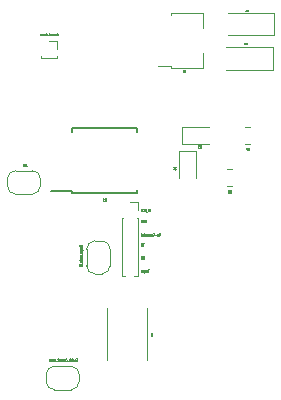
<source format=gbr>
%TF.GenerationSoftware,KiCad,Pcbnew,(6.0.5)*%
%TF.CreationDate,2022-07-12T16:10:34-04:00*%
%TF.ProjectId,torque_motor_design,746f7271-7565-45f6-9d6f-746f725f6465,rev?*%
%TF.SameCoordinates,Original*%
%TF.FileFunction,Legend,Bot*%
%TF.FilePolarity,Positive*%
%FSLAX46Y46*%
G04 Gerber Fmt 4.6, Leading zero omitted, Abs format (unit mm)*
G04 Created by KiCad (PCBNEW (6.0.5)) date 2022-07-12 16:10:34*
%MOMM*%
%LPD*%
G01*
G04 APERTURE LIST*
%ADD10C,0.037500*%
%ADD11C,0.120000*%
%ADD12C,0.150000*%
G04 APERTURE END LIST*
D10*
X189725714Y-55786785D02*
X189725714Y-55968928D01*
X189718571Y-55990357D01*
X189711428Y-56001071D01*
X189697142Y-56011785D01*
X189668571Y-56011785D01*
X189654285Y-56001071D01*
X189647142Y-55990357D01*
X189640000Y-55968928D01*
X189640000Y-55786785D01*
X189568571Y-55861785D02*
X189568571Y-56011785D01*
X189568571Y-55883214D02*
X189561428Y-55872500D01*
X189547142Y-55861785D01*
X189525714Y-55861785D01*
X189511428Y-55872500D01*
X189504285Y-55893928D01*
X189504285Y-56011785D01*
X189432857Y-55926071D02*
X189318571Y-55926071D01*
X189161428Y-55990357D02*
X189168571Y-56001071D01*
X189190000Y-56011785D01*
X189204285Y-56011785D01*
X189225714Y-56001071D01*
X189240000Y-55979642D01*
X189247142Y-55958214D01*
X189254285Y-55915357D01*
X189254285Y-55883214D01*
X189247142Y-55840357D01*
X189240000Y-55818928D01*
X189225714Y-55797500D01*
X189204285Y-55786785D01*
X189190000Y-55786785D01*
X189168571Y-55797500D01*
X189161428Y-55808214D01*
X189075714Y-56011785D02*
X189090000Y-56001071D01*
X189097142Y-55990357D01*
X189104285Y-55968928D01*
X189104285Y-55904642D01*
X189097142Y-55883214D01*
X189090000Y-55872500D01*
X189075714Y-55861785D01*
X189054285Y-55861785D01*
X189040000Y-55872500D01*
X189032857Y-55883214D01*
X189025714Y-55904642D01*
X189025714Y-55968928D01*
X189032857Y-55990357D01*
X189040000Y-56001071D01*
X189054285Y-56011785D01*
X189075714Y-56011785D01*
X188961428Y-55861785D02*
X188961428Y-56011785D01*
X188961428Y-55883214D02*
X188954285Y-55872500D01*
X188940000Y-55861785D01*
X188918571Y-55861785D01*
X188904285Y-55872500D01*
X188897142Y-55893928D01*
X188897142Y-56011785D01*
X188825714Y-55861785D02*
X188825714Y-56011785D01*
X188825714Y-55883214D02*
X188818571Y-55872500D01*
X188804285Y-55861785D01*
X188782857Y-55861785D01*
X188768571Y-55872500D01*
X188761428Y-55893928D01*
X188761428Y-56011785D01*
X188632857Y-56001071D02*
X188647142Y-56011785D01*
X188675714Y-56011785D01*
X188690000Y-56001071D01*
X188697142Y-55979642D01*
X188697142Y-55893928D01*
X188690000Y-55872500D01*
X188675714Y-55861785D01*
X188647142Y-55861785D01*
X188632857Y-55872500D01*
X188625714Y-55893928D01*
X188625714Y-55915357D01*
X188697142Y-55936785D01*
X188497142Y-56001071D02*
X188511428Y-56011785D01*
X188540000Y-56011785D01*
X188554285Y-56001071D01*
X188561428Y-55990357D01*
X188568571Y-55968928D01*
X188568571Y-55904642D01*
X188561428Y-55883214D01*
X188554285Y-55872500D01*
X188540000Y-55861785D01*
X188511428Y-55861785D01*
X188497142Y-55872500D01*
X188454285Y-55861785D02*
X188397142Y-55861785D01*
X188432857Y-55786785D02*
X188432857Y-55979642D01*
X188425714Y-56001071D01*
X188411428Y-56011785D01*
X188397142Y-56011785D01*
X188290000Y-56001071D02*
X188304285Y-56011785D01*
X188332857Y-56011785D01*
X188347142Y-56001071D01*
X188354285Y-55979642D01*
X188354285Y-55893928D01*
X188347142Y-55872500D01*
X188332857Y-55861785D01*
X188304285Y-55861785D01*
X188290000Y-55872500D01*
X188282857Y-55893928D01*
X188282857Y-55915357D01*
X188354285Y-55936785D01*
X188154285Y-56011785D02*
X188154285Y-55786785D01*
X188154285Y-56001071D02*
X188168571Y-56011785D01*
X188197142Y-56011785D01*
X188211428Y-56001071D01*
X188218571Y-55990357D01*
X188225714Y-55968928D01*
X188225714Y-55904642D01*
X188218571Y-55883214D01*
X188211428Y-55872500D01*
X188197142Y-55861785D01*
X188168571Y-55861785D01*
X188154285Y-55872500D01*
X188325000Y-57971785D02*
X188375000Y-57864642D01*
X188410714Y-57971785D02*
X188410714Y-57746785D01*
X188353571Y-57746785D01*
X188339285Y-57757500D01*
X188332142Y-57768214D01*
X188325000Y-57789642D01*
X188325000Y-57821785D01*
X188332142Y-57843214D01*
X188339285Y-57853928D01*
X188353571Y-57864642D01*
X188410714Y-57864642D01*
X188275000Y-57746785D02*
X188175000Y-57971785D01*
X188175000Y-57746785D02*
X188275000Y-57971785D01*
X188394285Y-56686785D02*
X188308571Y-56686785D01*
X188351428Y-56911785D02*
X188351428Y-56686785D01*
X188272857Y-56686785D02*
X188172857Y-56911785D01*
X188172857Y-56686785D02*
X188272857Y-56911785D01*
X188817142Y-58856785D02*
X188731428Y-58856785D01*
X188774285Y-59081785D02*
X188774285Y-58856785D01*
X188660000Y-59081785D02*
X188674285Y-59071071D01*
X188681428Y-59060357D01*
X188688571Y-59038928D01*
X188688571Y-58974642D01*
X188681428Y-58953214D01*
X188674285Y-58942500D01*
X188660000Y-58931785D01*
X188638571Y-58931785D01*
X188624285Y-58942500D01*
X188617142Y-58953214D01*
X188610000Y-58974642D01*
X188610000Y-59038928D01*
X188617142Y-59060357D01*
X188624285Y-59071071D01*
X188638571Y-59081785D01*
X188660000Y-59081785D01*
X188545714Y-59081785D02*
X188545714Y-58931785D01*
X188545714Y-58974642D02*
X188538571Y-58953214D01*
X188531428Y-58942500D01*
X188517142Y-58931785D01*
X188502857Y-58931785D01*
X188388571Y-58931785D02*
X188388571Y-59156785D01*
X188388571Y-59071071D02*
X188402857Y-59081785D01*
X188431428Y-59081785D01*
X188445714Y-59071071D01*
X188452857Y-59060357D01*
X188460000Y-59038928D01*
X188460000Y-58974642D01*
X188452857Y-58953214D01*
X188445714Y-58942500D01*
X188431428Y-58931785D01*
X188402857Y-58931785D01*
X188388571Y-58942500D01*
X188252857Y-58931785D02*
X188252857Y-59081785D01*
X188317142Y-58931785D02*
X188317142Y-59049642D01*
X188310000Y-59071071D01*
X188295714Y-59081785D01*
X188274285Y-59081785D01*
X188260000Y-59071071D01*
X188252857Y-59060357D01*
X188124285Y-59071071D02*
X188138571Y-59081785D01*
X188167142Y-59081785D01*
X188181428Y-59071071D01*
X188188571Y-59049642D01*
X188188571Y-58963928D01*
X188181428Y-58942500D01*
X188167142Y-58931785D01*
X188138571Y-58931785D01*
X188124285Y-58942500D01*
X188117142Y-58963928D01*
X188117142Y-58985357D01*
X188188571Y-59006785D01*
X188865000Y-53746785D02*
X188936428Y-53746785D01*
X188943571Y-53853928D01*
X188936428Y-53843214D01*
X188922142Y-53832500D01*
X188886428Y-53832500D01*
X188872142Y-53843214D01*
X188865000Y-53853928D01*
X188857857Y-53875357D01*
X188857857Y-53928928D01*
X188865000Y-53950357D01*
X188872142Y-53961071D01*
X188886428Y-53971785D01*
X188922142Y-53971785D01*
X188936428Y-53961071D01*
X188943571Y-53950357D01*
X188815000Y-53746785D02*
X188765000Y-53971785D01*
X188715000Y-53746785D01*
X188700714Y-53993214D02*
X188586428Y-53993214D01*
X188550714Y-53971785D02*
X188550714Y-53746785D01*
X188500714Y-53907500D01*
X188450714Y-53746785D01*
X188450714Y-53971785D01*
X188293571Y-53950357D02*
X188300714Y-53961071D01*
X188322142Y-53971785D01*
X188336428Y-53971785D01*
X188357857Y-53961071D01*
X188372142Y-53939642D01*
X188379285Y-53918214D01*
X188386428Y-53875357D01*
X188386428Y-53843214D01*
X188379285Y-53800357D01*
X188372142Y-53778928D01*
X188357857Y-53757500D01*
X188336428Y-53746785D01*
X188322142Y-53746785D01*
X188300714Y-53757500D01*
X188293571Y-53768214D01*
X188229285Y-53746785D02*
X188229285Y-53928928D01*
X188222142Y-53950357D01*
X188215000Y-53961071D01*
X188200714Y-53971785D01*
X188172142Y-53971785D01*
X188157857Y-53961071D01*
X188150714Y-53950357D01*
X188143571Y-53928928D01*
X188143571Y-53746785D01*
X188464285Y-54677500D02*
X188478571Y-54666785D01*
X188500000Y-54666785D01*
X188521428Y-54677500D01*
X188535714Y-54698928D01*
X188542857Y-54720357D01*
X188550000Y-54763214D01*
X188550000Y-54795357D01*
X188542857Y-54838214D01*
X188535714Y-54859642D01*
X188521428Y-54881071D01*
X188500000Y-54891785D01*
X188485714Y-54891785D01*
X188464285Y-54881071D01*
X188457142Y-54870357D01*
X188457142Y-54795357D01*
X188485714Y-54795357D01*
X188392857Y-54891785D02*
X188392857Y-54666785D01*
X188307142Y-54891785D01*
X188307142Y-54666785D01*
X188235714Y-54891785D02*
X188235714Y-54666785D01*
X188200000Y-54666785D01*
X188178571Y-54677500D01*
X188164285Y-54698928D01*
X188157142Y-54720357D01*
X188150000Y-54763214D01*
X188150000Y-54795357D01*
X188157142Y-54838214D01*
X188164285Y-54859642D01*
X188178571Y-54881071D01*
X188200000Y-54891785D01*
X188235714Y-54891785D01*
%TO.C,Enable_Current_sense*%
X182702142Y-66529928D02*
X182652142Y-66529928D01*
X182630714Y-66647785D02*
X182702142Y-66647785D01*
X182702142Y-66422785D01*
X182630714Y-66422785D01*
X182566428Y-66497785D02*
X182566428Y-66647785D01*
X182566428Y-66519214D02*
X182559285Y-66508500D01*
X182545000Y-66497785D01*
X182523571Y-66497785D01*
X182509285Y-66508500D01*
X182502142Y-66529928D01*
X182502142Y-66647785D01*
X182366428Y-66647785D02*
X182366428Y-66529928D01*
X182373571Y-66508500D01*
X182387857Y-66497785D01*
X182416428Y-66497785D01*
X182430714Y-66508500D01*
X182366428Y-66637071D02*
X182380714Y-66647785D01*
X182416428Y-66647785D01*
X182430714Y-66637071D01*
X182437857Y-66615642D01*
X182437857Y-66594214D01*
X182430714Y-66572785D01*
X182416428Y-66562071D01*
X182380714Y-66562071D01*
X182366428Y-66551357D01*
X182295000Y-66647785D02*
X182295000Y-66422785D01*
X182295000Y-66508500D02*
X182280714Y-66497785D01*
X182252142Y-66497785D01*
X182237857Y-66508500D01*
X182230714Y-66519214D01*
X182223571Y-66540642D01*
X182223571Y-66604928D01*
X182230714Y-66626357D01*
X182237857Y-66637071D01*
X182252142Y-66647785D01*
X182280714Y-66647785D01*
X182295000Y-66637071D01*
X182137857Y-66647785D02*
X182152142Y-66637071D01*
X182159285Y-66615642D01*
X182159285Y-66422785D01*
X182023571Y-66637071D02*
X182037857Y-66647785D01*
X182066428Y-66647785D01*
X182080714Y-66637071D01*
X182087857Y-66615642D01*
X182087857Y-66529928D01*
X182080714Y-66508500D01*
X182066428Y-66497785D01*
X182037857Y-66497785D01*
X182023571Y-66508500D01*
X182016428Y-66529928D01*
X182016428Y-66551357D01*
X182087857Y-66572785D01*
X181987857Y-66669214D02*
X181873571Y-66669214D01*
X181752142Y-66626357D02*
X181759285Y-66637071D01*
X181780714Y-66647785D01*
X181795000Y-66647785D01*
X181816428Y-66637071D01*
X181830714Y-66615642D01*
X181837857Y-66594214D01*
X181845000Y-66551357D01*
X181845000Y-66519214D01*
X181837857Y-66476357D01*
X181830714Y-66454928D01*
X181816428Y-66433500D01*
X181795000Y-66422785D01*
X181780714Y-66422785D01*
X181759285Y-66433500D01*
X181752142Y-66444214D01*
X181623571Y-66497785D02*
X181623571Y-66647785D01*
X181687857Y-66497785D02*
X181687857Y-66615642D01*
X181680714Y-66637071D01*
X181666428Y-66647785D01*
X181645000Y-66647785D01*
X181630714Y-66637071D01*
X181623571Y-66626357D01*
X181552142Y-66647785D02*
X181552142Y-66497785D01*
X181552142Y-66540642D02*
X181545000Y-66519214D01*
X181537857Y-66508500D01*
X181523571Y-66497785D01*
X181509285Y-66497785D01*
X181459285Y-66647785D02*
X181459285Y-66497785D01*
X181459285Y-66540642D02*
X181452142Y-66519214D01*
X181445000Y-66508500D01*
X181430714Y-66497785D01*
X181416428Y-66497785D01*
X181309285Y-66637071D02*
X181323571Y-66647785D01*
X181352142Y-66647785D01*
X181366428Y-66637071D01*
X181373571Y-66615642D01*
X181373571Y-66529928D01*
X181366428Y-66508500D01*
X181352142Y-66497785D01*
X181323571Y-66497785D01*
X181309285Y-66508500D01*
X181302142Y-66529928D01*
X181302142Y-66551357D01*
X181373571Y-66572785D01*
X181237857Y-66497785D02*
X181237857Y-66647785D01*
X181237857Y-66519214D02*
X181230714Y-66508500D01*
X181216428Y-66497785D01*
X181195000Y-66497785D01*
X181180714Y-66508500D01*
X181173571Y-66529928D01*
X181173571Y-66647785D01*
X181123571Y-66497785D02*
X181066428Y-66497785D01*
X181102142Y-66422785D02*
X181102142Y-66615642D01*
X181095000Y-66637071D01*
X181080714Y-66647785D01*
X181066428Y-66647785D01*
X181052142Y-66669214D02*
X180937857Y-66669214D01*
X180909285Y-66637071D02*
X180895000Y-66647785D01*
X180866428Y-66647785D01*
X180852142Y-66637071D01*
X180845000Y-66615642D01*
X180845000Y-66604928D01*
X180852142Y-66583500D01*
X180866428Y-66572785D01*
X180887857Y-66572785D01*
X180902142Y-66562071D01*
X180909285Y-66540642D01*
X180909285Y-66529928D01*
X180902142Y-66508500D01*
X180887857Y-66497785D01*
X180866428Y-66497785D01*
X180852142Y-66508500D01*
X180723571Y-66637071D02*
X180737857Y-66647785D01*
X180766428Y-66647785D01*
X180780714Y-66637071D01*
X180787857Y-66615642D01*
X180787857Y-66529928D01*
X180780714Y-66508500D01*
X180766428Y-66497785D01*
X180737857Y-66497785D01*
X180723571Y-66508500D01*
X180716428Y-66529928D01*
X180716428Y-66551357D01*
X180787857Y-66572785D01*
X180652142Y-66497785D02*
X180652142Y-66647785D01*
X180652142Y-66519214D02*
X180645000Y-66508500D01*
X180630714Y-66497785D01*
X180609285Y-66497785D01*
X180595000Y-66508500D01*
X180587857Y-66529928D01*
X180587857Y-66647785D01*
X180523571Y-66637071D02*
X180509285Y-66647785D01*
X180480714Y-66647785D01*
X180466428Y-66637071D01*
X180459285Y-66615642D01*
X180459285Y-66604928D01*
X180466428Y-66583500D01*
X180480714Y-66572785D01*
X180502142Y-66572785D01*
X180516428Y-66562071D01*
X180523571Y-66540642D01*
X180523571Y-66529928D01*
X180516428Y-66508500D01*
X180502142Y-66497785D01*
X180480714Y-66497785D01*
X180466428Y-66508500D01*
X180337857Y-66637071D02*
X180352142Y-66647785D01*
X180380714Y-66647785D01*
X180395000Y-66637071D01*
X180402142Y-66615642D01*
X180402142Y-66529928D01*
X180395000Y-66508500D01*
X180380714Y-66497785D01*
X180352142Y-66497785D01*
X180337857Y-66508500D01*
X180330714Y-66529928D01*
X180330714Y-66551357D01*
X180402142Y-66572785D01*
%TO.C,JP1*%
X178433000Y-49914785D02*
X178433000Y-50075500D01*
X178440142Y-50107642D01*
X178454428Y-50129071D01*
X178475857Y-50139785D01*
X178490142Y-50139785D01*
X178361571Y-50139785D02*
X178361571Y-49914785D01*
X178304428Y-49914785D01*
X178290142Y-49925500D01*
X178283000Y-49936214D01*
X178275857Y-49957642D01*
X178275857Y-49989785D01*
X178283000Y-50011214D01*
X178290142Y-50021928D01*
X178304428Y-50032642D01*
X178361571Y-50032642D01*
X178133000Y-50139785D02*
X178218714Y-50139785D01*
X178175857Y-50139785D02*
X178175857Y-49914785D01*
X178190142Y-49946928D01*
X178204428Y-49968357D01*
X178218714Y-49979071D01*
%TO.C,Torque_mode_EN*%
X182917785Y-56797142D02*
X182917785Y-56882857D01*
X183142785Y-56840000D02*
X182917785Y-56840000D01*
X183142785Y-56954285D02*
X183132071Y-56940000D01*
X183121357Y-56932857D01*
X183099928Y-56925714D01*
X183035642Y-56925714D01*
X183014214Y-56932857D01*
X183003500Y-56940000D01*
X182992785Y-56954285D01*
X182992785Y-56975714D01*
X183003500Y-56990000D01*
X183014214Y-56997142D01*
X183035642Y-57004285D01*
X183099928Y-57004285D01*
X183121357Y-56997142D01*
X183132071Y-56990000D01*
X183142785Y-56975714D01*
X183142785Y-56954285D01*
X183142785Y-57068571D02*
X182992785Y-57068571D01*
X183035642Y-57068571D02*
X183014214Y-57075714D01*
X183003500Y-57082857D01*
X182992785Y-57097142D01*
X182992785Y-57111428D01*
X182992785Y-57225714D02*
X183217785Y-57225714D01*
X183132071Y-57225714D02*
X183142785Y-57211428D01*
X183142785Y-57182857D01*
X183132071Y-57168571D01*
X183121357Y-57161428D01*
X183099928Y-57154285D01*
X183035642Y-57154285D01*
X183014214Y-57161428D01*
X183003500Y-57168571D01*
X182992785Y-57182857D01*
X182992785Y-57211428D01*
X183003500Y-57225714D01*
X182992785Y-57361428D02*
X183142785Y-57361428D01*
X182992785Y-57297142D02*
X183110642Y-57297142D01*
X183132071Y-57304285D01*
X183142785Y-57318571D01*
X183142785Y-57340000D01*
X183132071Y-57354285D01*
X183121357Y-57361428D01*
X183132071Y-57490000D02*
X183142785Y-57475714D01*
X183142785Y-57447142D01*
X183132071Y-57432857D01*
X183110642Y-57425714D01*
X183024928Y-57425714D01*
X183003500Y-57432857D01*
X182992785Y-57447142D01*
X182992785Y-57475714D01*
X183003500Y-57490000D01*
X183024928Y-57497142D01*
X183046357Y-57497142D01*
X183067785Y-57425714D01*
X183164214Y-57525714D02*
X183164214Y-57640000D01*
X183142785Y-57675714D02*
X182992785Y-57675714D01*
X183014214Y-57675714D02*
X183003500Y-57682857D01*
X182992785Y-57697142D01*
X182992785Y-57718571D01*
X183003500Y-57732857D01*
X183024928Y-57740000D01*
X183142785Y-57740000D01*
X183024928Y-57740000D02*
X183003500Y-57747142D01*
X182992785Y-57761428D01*
X182992785Y-57782857D01*
X183003500Y-57797142D01*
X183024928Y-57804285D01*
X183142785Y-57804285D01*
X183142785Y-57897142D02*
X183132071Y-57882857D01*
X183121357Y-57875714D01*
X183099928Y-57868571D01*
X183035642Y-57868571D01*
X183014214Y-57875714D01*
X183003500Y-57882857D01*
X182992785Y-57897142D01*
X182992785Y-57918571D01*
X183003500Y-57932857D01*
X183014214Y-57940000D01*
X183035642Y-57947142D01*
X183099928Y-57947142D01*
X183121357Y-57940000D01*
X183132071Y-57932857D01*
X183142785Y-57918571D01*
X183142785Y-57897142D01*
X183142785Y-58075714D02*
X182917785Y-58075714D01*
X183132071Y-58075714D02*
X183142785Y-58061428D01*
X183142785Y-58032857D01*
X183132071Y-58018571D01*
X183121357Y-58011428D01*
X183099928Y-58004285D01*
X183035642Y-58004285D01*
X183014214Y-58011428D01*
X183003500Y-58018571D01*
X182992785Y-58032857D01*
X182992785Y-58061428D01*
X183003500Y-58075714D01*
X183132071Y-58204285D02*
X183142785Y-58190000D01*
X183142785Y-58161428D01*
X183132071Y-58147142D01*
X183110642Y-58140000D01*
X183024928Y-58140000D01*
X183003500Y-58147142D01*
X182992785Y-58161428D01*
X182992785Y-58190000D01*
X183003500Y-58204285D01*
X183024928Y-58211428D01*
X183046357Y-58211428D01*
X183067785Y-58140000D01*
X183164214Y-58240000D02*
X183164214Y-58354285D01*
X183024928Y-58390000D02*
X183024928Y-58440000D01*
X183142785Y-58461428D02*
X183142785Y-58390000D01*
X182917785Y-58390000D01*
X182917785Y-58461428D01*
X183142785Y-58525714D02*
X182917785Y-58525714D01*
X183142785Y-58611428D01*
X182917785Y-58611428D01*
%TO.C,Current_Sense*%
X181015000Y-39042571D02*
X181022142Y-39049714D01*
X181043571Y-39056857D01*
X181057857Y-39056857D01*
X181079285Y-39049714D01*
X181093571Y-39035428D01*
X181100714Y-39021142D01*
X181107857Y-38992571D01*
X181107857Y-38971142D01*
X181100714Y-38942571D01*
X181093571Y-38928285D01*
X181079285Y-38914000D01*
X181057857Y-38906857D01*
X181043571Y-38906857D01*
X181022142Y-38914000D01*
X181015000Y-38921142D01*
X180886428Y-38956857D02*
X180886428Y-39056857D01*
X180950714Y-38956857D02*
X180950714Y-39035428D01*
X180943571Y-39049714D01*
X180929285Y-39056857D01*
X180907857Y-39056857D01*
X180893571Y-39049714D01*
X180886428Y-39042571D01*
X180815000Y-39056857D02*
X180815000Y-38956857D01*
X180815000Y-38985428D02*
X180807857Y-38971142D01*
X180800714Y-38964000D01*
X180786428Y-38956857D01*
X180772142Y-38956857D01*
X180722142Y-39056857D02*
X180722142Y-38956857D01*
X180722142Y-38985428D02*
X180715000Y-38971142D01*
X180707857Y-38964000D01*
X180693571Y-38956857D01*
X180679285Y-38956857D01*
X180572142Y-39049714D02*
X180586428Y-39056857D01*
X180615000Y-39056857D01*
X180629285Y-39049714D01*
X180636428Y-39035428D01*
X180636428Y-38978285D01*
X180629285Y-38964000D01*
X180615000Y-38956857D01*
X180586428Y-38956857D01*
X180572142Y-38964000D01*
X180565000Y-38978285D01*
X180565000Y-38992571D01*
X180636428Y-39006857D01*
X180500714Y-38956857D02*
X180500714Y-39056857D01*
X180500714Y-38971142D02*
X180493571Y-38964000D01*
X180479285Y-38956857D01*
X180457857Y-38956857D01*
X180443571Y-38964000D01*
X180436428Y-38978285D01*
X180436428Y-39056857D01*
X180386428Y-38956857D02*
X180329285Y-38956857D01*
X180365000Y-38906857D02*
X180365000Y-39035428D01*
X180357857Y-39049714D01*
X180343571Y-39056857D01*
X180329285Y-39056857D01*
X180315000Y-39071142D02*
X180200714Y-39071142D01*
X180172142Y-39049714D02*
X180150714Y-39056857D01*
X180115000Y-39056857D01*
X180100714Y-39049714D01*
X180093571Y-39042571D01*
X180086428Y-39028285D01*
X180086428Y-39014000D01*
X180093571Y-38999714D01*
X180100714Y-38992571D01*
X180115000Y-38985428D01*
X180143571Y-38978285D01*
X180157857Y-38971142D01*
X180165000Y-38964000D01*
X180172142Y-38949714D01*
X180172142Y-38935428D01*
X180165000Y-38921142D01*
X180157857Y-38914000D01*
X180143571Y-38906857D01*
X180107857Y-38906857D01*
X180086428Y-38914000D01*
X179965000Y-39049714D02*
X179979285Y-39056857D01*
X180007857Y-39056857D01*
X180022142Y-39049714D01*
X180029285Y-39035428D01*
X180029285Y-38978285D01*
X180022142Y-38964000D01*
X180007857Y-38956857D01*
X179979285Y-38956857D01*
X179965000Y-38964000D01*
X179957857Y-38978285D01*
X179957857Y-38992571D01*
X180029285Y-39006857D01*
X179893571Y-38956857D02*
X179893571Y-39056857D01*
X179893571Y-38971142D02*
X179886428Y-38964000D01*
X179872142Y-38956857D01*
X179850714Y-38956857D01*
X179836428Y-38964000D01*
X179829285Y-38978285D01*
X179829285Y-39056857D01*
X179765000Y-39049714D02*
X179750714Y-39056857D01*
X179722142Y-39056857D01*
X179707857Y-39049714D01*
X179700714Y-39035428D01*
X179700714Y-39028285D01*
X179707857Y-39014000D01*
X179722142Y-39006857D01*
X179743571Y-39006857D01*
X179757857Y-38999714D01*
X179765000Y-38985428D01*
X179765000Y-38978285D01*
X179757857Y-38964000D01*
X179743571Y-38956857D01*
X179722142Y-38956857D01*
X179707857Y-38964000D01*
X179579285Y-39049714D02*
X179593571Y-39056857D01*
X179622142Y-39056857D01*
X179636428Y-39049714D01*
X179643571Y-39035428D01*
X179643571Y-38978285D01*
X179636428Y-38964000D01*
X179622142Y-38956857D01*
X179593571Y-38956857D01*
X179579285Y-38964000D01*
X179572142Y-38978285D01*
X179572142Y-38992571D01*
X179643571Y-39006857D01*
%TO.C,U4*%
X191914285Y-42007857D02*
X191914285Y-42129285D01*
X191907142Y-42143571D01*
X191900000Y-42150714D01*
X191885714Y-42157857D01*
X191857142Y-42157857D01*
X191842857Y-42150714D01*
X191835714Y-42143571D01*
X191828571Y-42129285D01*
X191828571Y-42007857D01*
X191692857Y-42057857D02*
X191692857Y-42157857D01*
X191728571Y-42000714D02*
X191764285Y-42107857D01*
X191671428Y-42107857D01*
%TO.C,U1*%
X185162285Y-52876785D02*
X185162285Y-53058928D01*
X185155142Y-53080357D01*
X185148000Y-53091071D01*
X185133714Y-53101785D01*
X185105142Y-53101785D01*
X185090857Y-53091071D01*
X185083714Y-53080357D01*
X185076571Y-53058928D01*
X185076571Y-52876785D01*
X184926571Y-53101785D02*
X185012285Y-53101785D01*
X184969428Y-53101785D02*
X184969428Y-52876785D01*
X184983714Y-52908928D01*
X184998000Y-52930357D01*
X185012285Y-52941071D01*
%TO.C,C2*%
X197002000Y-39805971D02*
X197009142Y-39813114D01*
X197030571Y-39820257D01*
X197044857Y-39820257D01*
X197066285Y-39813114D01*
X197080571Y-39798828D01*
X197087714Y-39784542D01*
X197094857Y-39755971D01*
X197094857Y-39734542D01*
X197087714Y-39705971D01*
X197080571Y-39691685D01*
X197066285Y-39677400D01*
X197044857Y-39670257D01*
X197030571Y-39670257D01*
X197009142Y-39677400D01*
X197002000Y-39684542D01*
X196944857Y-39684542D02*
X196937714Y-39677400D01*
X196923428Y-39670257D01*
X196887714Y-39670257D01*
X196873428Y-39677400D01*
X196866285Y-39684542D01*
X196859142Y-39698828D01*
X196859142Y-39713114D01*
X196866285Y-39734542D01*
X196952000Y-39820257D01*
X196859142Y-39820257D01*
%TO.C,R8*%
X195663000Y-52401785D02*
X195713000Y-52294642D01*
X195748714Y-52401785D02*
X195748714Y-52176785D01*
X195691571Y-52176785D01*
X195677285Y-52187500D01*
X195670142Y-52198214D01*
X195663000Y-52219642D01*
X195663000Y-52251785D01*
X195670142Y-52273214D01*
X195677285Y-52283928D01*
X195691571Y-52294642D01*
X195748714Y-52294642D01*
X195577285Y-52273214D02*
X195591571Y-52262500D01*
X195598714Y-52251785D01*
X195605857Y-52230357D01*
X195605857Y-52219642D01*
X195598714Y-52198214D01*
X195591571Y-52187500D01*
X195577285Y-52176785D01*
X195548714Y-52176785D01*
X195534428Y-52187500D01*
X195527285Y-52198214D01*
X195520142Y-52219642D01*
X195520142Y-52230357D01*
X195527285Y-52251785D01*
X195534428Y-52262500D01*
X195548714Y-52273214D01*
X195577285Y-52273214D01*
X195591571Y-52283928D01*
X195598714Y-52294642D01*
X195605857Y-52316071D01*
X195605857Y-52358928D01*
X195598714Y-52380357D01*
X195591571Y-52391071D01*
X195577285Y-52401785D01*
X195548714Y-52401785D01*
X195534428Y-52391071D01*
X195527285Y-52380357D01*
X195520142Y-52358928D01*
X195520142Y-52316071D01*
X195527285Y-52294642D01*
X195534428Y-52283928D01*
X195548714Y-52273214D01*
%TO.C,D4*%
X191101785Y-50189285D02*
X190876785Y-50189285D01*
X190876785Y-50225000D01*
X190887500Y-50246428D01*
X190908928Y-50260714D01*
X190930357Y-50267857D01*
X190973214Y-50275000D01*
X191005357Y-50275000D01*
X191048214Y-50267857D01*
X191069642Y-50260714D01*
X191091071Y-50246428D01*
X191101785Y-50225000D01*
X191101785Y-50189285D01*
X190951785Y-50403571D02*
X191101785Y-50403571D01*
X190866071Y-50367857D02*
X191026785Y-50332142D01*
X191026785Y-50425000D01*
%TO.C,R7*%
X197187000Y-48801785D02*
X197237000Y-48694642D01*
X197272714Y-48801785D02*
X197272714Y-48576785D01*
X197215571Y-48576785D01*
X197201285Y-48587500D01*
X197194142Y-48598214D01*
X197187000Y-48619642D01*
X197187000Y-48651785D01*
X197194142Y-48673214D01*
X197201285Y-48683928D01*
X197215571Y-48694642D01*
X197272714Y-48694642D01*
X197137000Y-48576785D02*
X197037000Y-48576785D01*
X197101285Y-48801785D01*
%TO.C,R3*%
X189117857Y-64335000D02*
X189046428Y-64285000D01*
X189117857Y-64249285D02*
X188967857Y-64249285D01*
X188967857Y-64306428D01*
X188975000Y-64320714D01*
X188982142Y-64327857D01*
X188996428Y-64335000D01*
X189017857Y-64335000D01*
X189032142Y-64327857D01*
X189039285Y-64320714D01*
X189046428Y-64306428D01*
X189046428Y-64249285D01*
X188967857Y-64385000D02*
X188967857Y-64477857D01*
X189025000Y-64427857D01*
X189025000Y-64449285D01*
X189032142Y-64463571D01*
X189039285Y-64470714D01*
X189053571Y-64477857D01*
X189089285Y-64477857D01*
X189103571Y-64470714D01*
X189110714Y-64463571D01*
X189117857Y-64449285D01*
X189117857Y-64406428D01*
X189110714Y-64392142D01*
X189103571Y-64385000D01*
%TO.C,C1*%
X197129000Y-37011971D02*
X197136142Y-37019114D01*
X197157571Y-37026257D01*
X197171857Y-37026257D01*
X197193285Y-37019114D01*
X197207571Y-37004828D01*
X197214714Y-36990542D01*
X197221857Y-36961971D01*
X197221857Y-36940542D01*
X197214714Y-36911971D01*
X197207571Y-36897685D01*
X197193285Y-36883400D01*
X197171857Y-36876257D01*
X197157571Y-36876257D01*
X197136142Y-36883400D01*
X197129000Y-36890542D01*
X196986142Y-37026257D02*
X197071857Y-37026257D01*
X197029000Y-37026257D02*
X197029000Y-36876257D01*
X197043285Y-36897685D01*
X197057571Y-36911971D01*
X197071857Y-36919114D01*
%TO.C,D3*%
X193210714Y-48601785D02*
X193210714Y-48376785D01*
X193175000Y-48376785D01*
X193153571Y-48387500D01*
X193139285Y-48408928D01*
X193132142Y-48430357D01*
X193125000Y-48473214D01*
X193125000Y-48505357D01*
X193132142Y-48548214D01*
X193139285Y-48569642D01*
X193153571Y-48591071D01*
X193175000Y-48601785D01*
X193210714Y-48601785D01*
X193075000Y-48376785D02*
X192982142Y-48376785D01*
X193032142Y-48462500D01*
X193010714Y-48462500D01*
X192996428Y-48473214D01*
X192989285Y-48483928D01*
X192982142Y-48505357D01*
X192982142Y-48558928D01*
X192989285Y-48580357D01*
X192996428Y-48591071D01*
X193010714Y-48601785D01*
X193053571Y-48601785D01*
X193067857Y-48591071D01*
X193075000Y-48580357D01*
D11*
%TO.C,Enable_Current_sense*%
X182220000Y-67070000D02*
X180820000Y-67070000D01*
X180820000Y-69070000D02*
X182220000Y-69070000D01*
X180120000Y-67770000D02*
X180120000Y-68370000D01*
X182920000Y-68370000D02*
X182920000Y-67770000D01*
X180820000Y-67070000D02*
G75*
G03*
X180120000Y-67770000I0J-700000D01*
G01*
X182920000Y-67770000D02*
G75*
G03*
X182220000Y-67070000I-699999J1D01*
G01*
X182220000Y-69070000D02*
G75*
G03*
X182920000Y-68370000I1J699999D01*
G01*
X180120000Y-68370000D02*
G75*
G03*
X180820000Y-69070000I700000J0D01*
G01*
%TO.C,JP1*%
X178940800Y-50508800D02*
X177540800Y-50508800D01*
X177540800Y-52508800D02*
X178940800Y-52508800D01*
X176840800Y-51208800D02*
X176840800Y-51808800D01*
X179640800Y-51808800D02*
X179640800Y-51208800D01*
X177540800Y-50508800D02*
G75*
G03*
X176840800Y-51208800I0J-700000D01*
G01*
X179640800Y-51208800D02*
G75*
G03*
X178940800Y-50508800I-699999J1D01*
G01*
X178940800Y-52508800D02*
G75*
G03*
X179640800Y-51808800I1J699999D01*
G01*
X176840800Y-51808800D02*
G75*
G03*
X177540800Y-52508800I700000J0D01*
G01*
%TO.C,Torque_mode_EN*%
X185540000Y-58560000D02*
X185540000Y-57160000D01*
X183540000Y-57160000D02*
X183540000Y-58560000D01*
X184840000Y-56460000D02*
X184240000Y-56460000D01*
X184240000Y-59260000D02*
X184840000Y-59260000D01*
X185540000Y-57160000D02*
G75*
G03*
X184840000Y-56460000I-700000J0D01*
G01*
X184840000Y-59260000D02*
G75*
G03*
X185540000Y-58560000I1J699999D01*
G01*
X183540000Y-58560000D02*
G75*
G03*
X184240000Y-59260000I699999J-1D01*
G01*
X184240000Y-56460000D02*
G75*
G03*
X183540000Y-57160000I0J-700000D01*
G01*
%TO.C,Current_Sense*%
X181035000Y-40944000D02*
X180948276Y-40944000D01*
X181035000Y-39574000D02*
X180340000Y-39574000D01*
X179645000Y-40944000D02*
X179645000Y-40819000D01*
X181035000Y-40944000D02*
X179645000Y-40944000D01*
X181035000Y-40259000D02*
X181035000Y-39574000D01*
X179731724Y-40944000D02*
X179645000Y-40944000D01*
X181035000Y-40944000D02*
X181035000Y-40819000D01*
%TO.C,U4*%
X193430000Y-41857000D02*
X193430000Y-40547000D01*
X189570000Y-41627000D02*
X190710000Y-41627000D01*
X190710000Y-41857000D02*
X193430000Y-41857000D01*
X190710000Y-41857000D02*
X190710000Y-41627000D01*
X190710000Y-37137000D02*
X190710000Y-37367000D01*
X193430000Y-37137000D02*
X190710000Y-37137000D01*
X193430000Y-38447000D02*
X193430000Y-37137000D01*
D12*
%TO.C,U1*%
X187798000Y-46925000D02*
X187798000Y-47225000D01*
X187798000Y-52435000D02*
X187798000Y-52135000D01*
X182298000Y-52435000D02*
X182298000Y-52230000D01*
X182298000Y-46925000D02*
X182298000Y-47225000D01*
X182298000Y-52435000D02*
X187798000Y-52435000D01*
X182298000Y-52230000D02*
X180548000Y-52230000D01*
X182298000Y-46925000D02*
X187798000Y-46925000D01*
D11*
%TO.C,C2*%
X195377000Y-40086000D02*
X199287000Y-40086000D01*
X199287000Y-40086000D02*
X199287000Y-41956000D01*
X199287000Y-41956000D02*
X195377000Y-41956000D01*
%TO.C,R8*%
X195410936Y-50339500D02*
X195865064Y-50339500D01*
X195410936Y-51809500D02*
X195865064Y-51809500D01*
%TO.C,D4*%
X191347000Y-48827500D02*
X192817000Y-48827500D01*
X191347000Y-51112500D02*
X191347000Y-48827500D01*
X192817000Y-48827500D02*
X192817000Y-51112500D01*
%TO.C,ONEV_2*%
X187895000Y-54535000D02*
X187895000Y-59410000D01*
X187895000Y-53850000D02*
X187895000Y-53165000D01*
X186505000Y-54535000D02*
X186505000Y-59410000D01*
X187895000Y-59410000D02*
X187594493Y-59410000D01*
X186805507Y-59410000D02*
X186505000Y-59410000D01*
X186591724Y-54535000D02*
X186505000Y-54535000D01*
X187895000Y-53165000D02*
X187200000Y-53165000D01*
X187895000Y-54535000D02*
X187808276Y-54535000D01*
%TO.C,R7*%
X197389064Y-48253500D02*
X196934936Y-48253500D01*
X197389064Y-46783500D02*
X196934936Y-46783500D01*
%TO.C,R3*%
X188680000Y-66537064D02*
X188680000Y-62182936D01*
X185260000Y-66537064D02*
X185260000Y-62182936D01*
%TO.C,C1*%
X199414000Y-37165000D02*
X199414000Y-39035000D01*
X199414000Y-39035000D02*
X195504000Y-39035000D01*
X195504000Y-37165000D02*
X199414000Y-37165000D01*
%TO.C,D3*%
X193898000Y-48253500D02*
X191613000Y-48253500D01*
X191613000Y-46783500D02*
X193898000Y-46783500D01*
X191613000Y-48253500D02*
X191613000Y-46783500D01*
%TD*%
M02*

</source>
